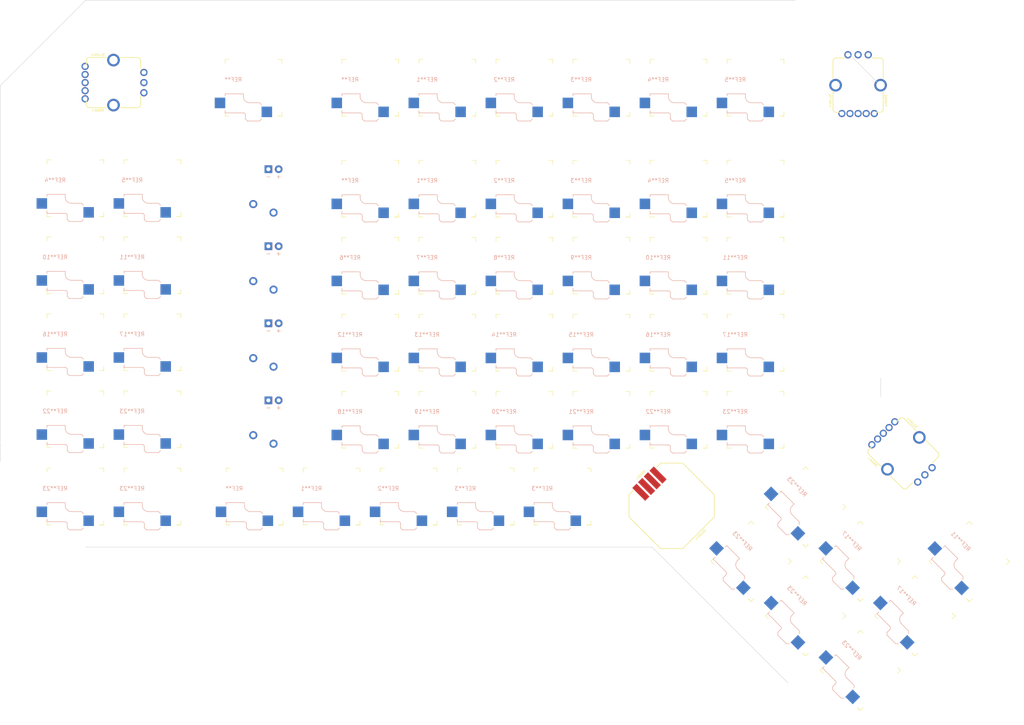
<source format=kicad_pcb>
(kicad_pcb (version 20211014) (generator pcbnew)
  (layers (0 "F.Cu" signal) (31 "B.Cu" signal) (34 "B.Paste" user) (35 "F.Paste" user) (36 "B.SilkS" user "B.Silkscreen") (37 "F.SilkS" user "F.Silkscreen") (38 "B.Mask" user) (39 "F.Mask" user) (44 "Edge.Cuts" user))
  (net 0 "")
  (footprint "keyswitches:Kailh_socket_PG1350" (layer "F.Cu") (at 213.36 139.446 -45)
    (fp_text reference "REF**23" (at -5 -2 135) (layer "B.SilkS") (effects (justify mirror)))
    (fp_text value "Kailh_socket_PG1350")
    (pad "" np_thru_hole circle (at 0 5.95 315) (size 3 3) (drill 3) (layers *.Cu *.Mask))
    (pad "" np_thru_hole circle (at 5.5 0 315) (size 1.7018 1.7018) (drill 1.7018) (layers *.Cu *.Mask))
    (pad "" np_thru_hole circle (at -5 3.75 315) (size 3 3) (drill 3) (layers *.Cu *.Mask))
    (pad "" np_thru_hole circle (at -5.5 0 315) (size 1.7018 1.7018) (drill 1.7018) (layers *.Cu *.Mask))
    (pad "" np_thru_hole circle (at 0 0 315) (size 3.429 3.429) (drill 3.429) (layers *.Cu *.Mask))
    (pad "" np_thru_hole circle (at 5.22 -4.2 315) (size 0.9906 0.9906) (drill 0.9906) (layers *.Cu *.Mask))
    (pad "1" smd rect (at 3.275 5.95 315) (size 2.6 2.6) (layers "B.Cu" "B.Paste" "B.Mask"))
    (pad "2" smd rect (at -8.275 3.75 315) (size 2.6 2.6) (layers "B.Cu" "B.Paste" "B.Mask"))
  )
  (footprint "keyswitches:Kailh_socket_PG1350" (layer "F.Cu") (at 201.014 36.068)
    (fp_text reference "REF**5" (at -5 -2) (layer "B.SilkS") (effects (justify mirror)))
    (fp_text value "Kailh_socket_PG1350")
    (pad "" np_thru_hole circle (at 0 0) (size 3.429 3.429) (drill 3.429) (layers *.Cu *.Mask))
    (pad "" np_thru_hole circle (at -5.5 0) (size 1.7018 1.7018) (drill 1.7018) (layers *.Cu *.Mask))
    (pad "" np_thru_hole circle (at 5.22 -4.2) (size 0.9906 0.9906) (drill 0.9906) (layers *.Cu *.Mask))
    (pad "" np_thru_hole circle (at 5.5 0) (size 1.7018 1.7018) (drill 1.7018) (layers *.Cu *.Mask))
    (pad "" np_thru_hole circle (at -5 3.75) (size 3 3) (drill 3) (layers *.Cu *.Mask))
    (pad "" np_thru_hole circle (at 0 5.95) (size 3 3) (drill 3) (layers *.Cu *.Mask))
    (pad "1" smd rect (at 3.275 5.95) (size 2.6 2.6) (layers "B.Cu" "B.Paste" "B.Mask"))
    (pad "2" smd rect (at -8.275 3.75) (size 2.6 2.6) (layers "B.Cu" "B.Paste" "B.Mask"))
  )
  (footprint "keyswitches:Kailh_socket_PG1350" (layer "F.Cu") (at 77.466 136.906)
    (fp_text reference "REF**" (at -5 -2) (layer "B.SilkS") (effects (justify mirror)))
    (fp_text value "Kailh_socket_PG1350")
    (pad "" np_thru_hole circle (at 0 0) (size 3.429 3.429) (drill 3.429) (layers *.Cu *.Mask))
    (pad "" np_thru_hole circle (at -5 3.75) (size 3 3) (drill 3) (layers *.Cu *.Mask))
    (pad "" np_thru_hole circle (at 5.22 -4.2) (size 0.9906 0.9906) (drill 0.9906) (layers *.Cu *.Mask))
    (pad "" np_thru_hole circle (at 5.5 0) (size 1.7018 1.7018) (drill 1.7018) (layers *.Cu *.Mask))
    (pad "" np_thru_hole circle (at 0 5.95) (size 3 3) (drill 3) (layers *.Cu *.Mask))
    (pad "" np_thru_hole circle (at -5.5 0) (size 1.7018 1.7018) (drill 1.7018) (layers *.Cu *.Mask))
    (pad "1" smd rect (at 3.275 5.95) (size 2.6 2.6) (layers "B.Cu" "B.Paste" "B.Mask"))
    (pad "2" smd rect (at -8.275 3.75) (size 2.6 2.6) (layers "B.Cu" "B.Paste" "B.Mask"))
  )
  (footprint "keyswitches:Kailh_socket_PG1350" (layer "F.Cu") (at 125.018 79.96)
    (fp_text reference "REF**7" (at -5 -2) (layer "B.SilkS") (effects (justify mirror)))
    (fp_text value "Kailh_socket_PG1350")
    (pad "" np_thru_hole circle (at -5 3.75) (size 3 3) (drill 3) (layers *.Cu *.Mask))
    (pad "" np_thru_hole circle (at 5.5 0) (size 1.7018 1.7018) (drill 1.7018) (layers *.Cu *.Mask))
    (pad "" np_thru_hole circle (at 5.22 -4.2) (size 0.9906 0.9906) (drill 0.9906) (layers *.Cu *.Mask))
    (pad "" np_thru_hole circle (at 0 0) (size 3.429 3.429) (drill 3.429) (layers *.Cu *.Mask))
    (pad "" np_thru_hole circle (at 0 5.95) (size 3 3) (drill 3) (layers *.Cu *.Mask))
    (pad "" np_thru_hole circle (at -5.5 0) (size 1.7018 1.7018) (drill 1.7018) (layers *.Cu *.Mask))
    (pad "1" smd rect (at 3.275 5.95) (size 2.6 2.6) (layers "B.Cu" "B.Paste" "B.Mask"))
    (pad "2" smd rect (at -8.275 3.75) (size 2.6 2.6) (layers "B.Cu" "B.Paste" "B.Mask"))
  )
  (footprint "keyswitches:Kailh_socket_PG1350" (layer "F.Cu") (at 182.018 98.96)
    (fp_text reference "REF**16" (at -5 -2) (layer "B.SilkS") (effects (justify mirror)))
    (fp_text value "Kailh_socket_PG1350")
    (pad "" np_thru_hole circle (at 5.22 -4.2) (size 0.9906 0.9906) (drill 0.9906) (layers *.Cu *.Mask))
    (pad "" np_thru_hole circle (at 0 0) (size 3.429 3.429) (drill 3.429) (layers *.Cu *.Mask))
    (pad "" np_thru_hole circle (at 5.5 0) (size 1.7018 1.7018) (drill 1.7018) (layers *.Cu *.Mask))
    (pad "" np_thru_hole circle (at 0 5.95) (size 3 3) (drill 3) (layers *.Cu *.Mask))
    (pad "" np_thru_hole circle (at -5.5 0) (size 1.7018 1.7018) (drill 1.7018) (layers *.Cu *.Mask))
    (pad "" np_thru_hole circle (at -5 3.75) (size 3 3) (drill 3) (layers *.Cu *.Mask))
    (pad "1" smd rect (at 3.275 5.95) (size 2.6 2.6) (layers "B.Cu" "B.Paste" "B.Mask"))
    (pad "2" smd rect (at -8.275 3.75) (size 2.6 2.6) (layers "B.Cu" "B.Paste" "B.Mask"))
  )
  (footprint "keyswitches:Kailh_socket_PG1350" (layer "F.Cu") (at 125.018 98.96)
    (fp_text reference "REF**13" (at -5 -2) (layer "B.SilkS") (effects (justify mirror)))
    (fp_text value "Kailh_socket_PG1350")
    (pad "" np_thru_hole circle (at 0 5.95) (size 3 3) (drill 3) (layers *.Cu *.Mask))
    (pad "" np_thru_hole circle (at 5.5 0) (size 1.7018 1.7018) (drill 1.7018) (layers *.Cu *.Mask))
    (pad "" np_thru_hole circle (at 5.22 -4.2) (size 0.9906 0.9906) (drill 0.9906) (layers *.Cu *.Mask))
    (pad "" np_thru_hole circle (at -5.5 0) (size 1.7018 1.7018) (drill 1.7018) (layers *.Cu *.Mask))
    (pad "" np_thru_hole circle (at 0 0) (size 3.429 3.429) (drill 3.429) (layers *.Cu *.Mask))
    (pad "" np_thru_hole circle (at -5 3.75) (size 3 3) (drill 3) (layers *.Cu *.Mask))
    (pad "1" smd rect (at 3.275 5.95) (size 2.6 2.6) (layers "B.Cu" "B.Paste" "B.Mask"))
    (pad "2" smd rect (at -8.275 3.75) (size 2.6 2.6) (layers "B.Cu" "B.Paste" "B.Mask"))
  )
  (footprint "Switches:ENCODER_LED_3" (layer "F.Cu") (at 42.672 34.798 90)
    (fp_text reference ">NAME" (at -6.858 -3.81) (layer "F.SilkS") (effects (font (size 0.6096 0.6096) (thickness 0.127))))
    (fp_text value ">VALUE" (at 6.858 -3.81) (layer "F.SilkS") (effects (font (size 0.6096 0.6096) (thickness 0.127))))
    (pad "1" thru_hole circle (at -3.99796 -6.9977 90) (size 1.778 1.778) (drill 1.09982) (layers *.Cu *.Mask))
    (pad "2" thru_hole circle (at -1.99898 -6.9977 90) (size 1.778 1.778) (drill 1.09982) (layers *.Cu *.Mask))
    (pad "3" thru_hole circle (at 0 -6.9977 90) (size 1.778 1.778) (drill 1.09982) (layers *.Cu *.Mask))
    (pad "4" thru_hole circle (at 1.99898 -6.9977 90) (size 1.778 1.778) (drill 1.09982) (layers *.Cu *.Mask))
    (pad "5" thru_hole circle (at 3.99796 -6.9977 90) (size 1.778 1.778) (drill 1.09982) (layers *.Cu *.Mask))
    (pad "A" thru_hole circle (at -2.49936 7.49808 90) (size 1.79832 1.79832) (drill 1.09982) (layers *.Cu *.Mask))
    (pad "B" thru_hole circle (at 2.49936 7.49808 90) (size 1.79832 1.79832) (drill 1.09982) (layers *.Cu *.Mask))
    (pad "C" thru_hole circle (at 0 7.49808 90) (size 1.79832 1.79832) (drill 1.09982) (layers *.Cu *.Mask))
    (pad "M1" thru_hole circle (at -5.5499 0 90) (size 3.11404 3.11404) (drill 2.09804) (layers *.Cu *.Mask))
    (pad "M2" thru_hole circle (at 5.5499 0 90) (size 3.11404 3.11404) (drill 2.09804) (layers *.Cu *.Mask))
  )
  (footprint "keyswitches:Kailh_socket_PG1350" (layer "F.Cu") (at 182.018 79.96)
    (fp_text reference "REF**10" (at -5 -2) (layer "B.SilkS") (effects (justify mirror)))
    (fp_text value "Kailh_socket_PG1350")
    (pad "" np_thru_hole circle (at 5.22 -4.2) (size 0.9906 0.9906) (drill 0.9906) (layers *.Cu *.Mask))
    (pad "" np_thru_hole circle (at 5.5 0) (size 1.7018 1.7018) (drill 1.7018) (layers *.Cu *.Mask))
    (pad "" np_thru_hole circle (at 0 0) (size 3.429 3.429) (drill 3.429) (layers *.Cu *.Mask))
    (pad "" np_thru_hole circle (at -5 3.75) (size 3 3) (drill 3) (layers *.Cu *.Mask))
    (pad "" np_thru_hole circle (at -5.5 0) (size 1.7018 1.7018) (drill 1.7018) (layers *.Cu *.Mask))
    (pad "" np_thru_hole circle (at 0 5.95) (size 3 3) (drill 3) (layers *.Cu *.Mask))
    (pad "1" smd rect (at 3.275 5.95) (size 2.6 2.6) (layers "B.Cu" "B.Paste" "B.Mask"))
    (pad "2" smd rect (at -8.275 3.75) (size 2.6 2.6) (layers "B.Cu" "B.Paste" "B.Mask"))
  )
  (footprint "keyswitches:Kailh_socket_PG1350" (layer "F.Cu") (at 153.416 136.906)
    (fp_text reference "REF**3" (at -5 -2) (layer "B.SilkS") (effects (justify mirror)))
    (fp_text value "Kailh_socket_PG1350")
    (pad "" np_thru_hole circle (at 0 5.95) (size 3 3) (drill 3) (layers *.Cu *.Mask))
    (pad "" np_thru_hole circle (at 5.5 0) (size 1.7018 1.7018) (drill 1.7018) (layers *.Cu *.Mask))
    (pad "" np_thru_hole circle (at 5.22 -4.2) (size 0.9906 0.9906) (drill 0.9906) (layers *.Cu *.Mask))
    (pad "" np_thru_hole circle (at -5 3.75) (size 3 3) (drill 3) (layers *.Cu *.Mask))
    (pad "" np_thru_hole circle (at -5.5 0) (size 1.7018 1.7018) (drill 1.7018) (layers *.Cu *.Mask))
    (pad "" np_thru_hole circle (at 0 0) (size 3.429 3.429) (drill 3.429) (layers *.Cu *.Mask))
    (pad "1" smd rect (at 3.275 5.95) (size 2.6 2.6) (layers "B.Cu" "B.Paste" "B.Mask"))
    (pad "2" smd rect (at -8.275 3.75) (size 2.6 2.6) (layers "B.Cu" "B.Paste" "B.Mask"))
  )
  (footprint "keyswitches:Kailh_socket_PG1350" (layer "F.Cu") (at 52.274 79.856)
    (fp_text reference "REF**11" (at -5 -2) (layer "B.SilkS") (effects (justify mirror)))
    (fp_text value "Kailh_socket_PG1350")
    (pad "" np_thru_hole circle (at 5.22 -4.2) (size 0.9906 0.9906) (drill 0.9906) (layers *.Cu *.Mask))
    (pad "" np_thru_hole circle (at -5.5 0) (size 1.7018 1.7018) (drill 1.7018) (layers *.Cu *.Mask))
    (pad "" np_thru_hole circle (at 5.5 0) (size 1.7018 1.7018) (drill 1.7018) (layers *.Cu *.Mask))
    (pad "" np_thru_hole circle (at 0 5.95) (size 3 3) (drill 3) (layers *.Cu *.Mask))
    (pad "" np_thru_hole circle (at 0 0) (size 3.429 3.429) (drill 3.429) (layers *.Cu *.Mask))
    (pad "" np_thru_hole circle (at -5 3.75) (size 3 3) (drill 3) (layers *.Cu *.Mask))
    (pad "1" smd rect (at 3.275 5.95) (size 2.6 2.6) (layers "B.Cu" "B.Paste" "B.Mask"))
    (pad "2" smd rect (at -8.275 3.75) (size 2.6 2.6) (layers "B.Cu" "B.Paste" "B.Mask"))
  )
  (footprint "keyswitches:Kailh_socket_PG1350" (layer "F.Cu") (at 163.014 36.068)
    (fp_text reference "REF**3" (at -5 -2) (layer "B.SilkS") (effects (justify mirror)))
    (fp_text value "Kailh_socket_PG1350")
    (pad "" np_thru_hole circle (at 5.5 0) (size 1.7018 1.7018) (drill 1.7018) (layers *.Cu *.Mask))
    (pad "" np_thru_hole circle (at 0 0) (size 3.429 3.429) (drill 3.429) (layers *.Cu *.Mask))
    (pad "" np_thru_hole circle (at 5.22 -4.2) (size 0.9906 0.9906) (drill 0.9906) (layers *.Cu *.Mask))
    (pad "" np_thru_hole circle (at -5 3.75) (size 3 3) (drill 3) (layers *.Cu *.Mask))
    (pad "" np_thru_hole circle (at 0 5.95) (size 3 3) (drill 3) (layers *.Cu *.Mask))
    (pad "" np_thru_hole circle (at -5.5 0) (size 1.7018 1.7018) (drill 1.7018) (layers *.Cu *.Mask))
    (pad "1" smd rect (at 3.275 5.95) (size 2.6 2.6) (layers "B.Cu" "B.Paste" "B.Mask"))
    (pad "2" smd rect (at -8.275 3.75) (size 2.6 2.6) (layers "B.Cu" "B.Paste" "B.Mask"))
  )
  (footprint "keyswitches:Kailh_socket_PG1350" (layer "F.Cu") (at 33.274 117.856)
    (fp_text reference "REF**22" (at -5 -2) (layer "B.SilkS") (effects (justify mirror)))
    (fp_text value "Kailh_socket_PG1350")
    (pad "" np_thru_hole circle (at 5.22 -4.2) (size 0.9906 0.9906) (drill 0.9906) (layers *.Cu *.Mask))
    (pad "" np_thru_hole circle (at 0 0) (size 3.429 3.429) (drill 3.429) (layers *.Cu *.Mask))
    (pad "" np_thru_hole circle (at -5 3.75) (size 3 3) (drill 3) (layers *.Cu *.Mask))
    (pad "" np_thru_hole circle (at 5.5 0) (size 1.7018 1.7018) (drill 1.7018) (layers *.Cu *.Mask))
    (pad "" np_thru_hole circle (at 0 5.95) (size 3 3) (drill 3) (layers *.Cu *.Mask))
    (pad "" np_thru_hole circle (at -5.5 0) (size 1.7018 1.7018) (drill 1.7018) (layers *.Cu *.Mask))
    (pad "1" smd rect (at 3.275 5.95) (size 2.6 2.6) (layers "B.Cu" "B.Paste" "B.Mask"))
    (pad "2" smd rect (at -8.275 3.75) (size 2.6 2.6) (layers "B.Cu" "B.Paste" "B.Mask"))
  )
  (footprint "keyswitches:Kailh_socket_PG1350" (layer "F.Cu") (at 52.274 117.856)
    (fp_text reference "REF**23" (at -5 -2) (layer "B.SilkS") (effects (justify mirror)))
    (fp_text value "Kailh_socket_PG1350")
    (pad "" np_thru_hole circle (at -5 3.75) (size 3 3) (drill 3) (layers *.Cu *.Mask))
    (pad "" np_thru_hole circle (at 5.22 -4.2) (size 0.9906 0.9906) (drill 0.9906) (layers *.Cu *.Mask))
    (pad "" np_thru_hole circle (at 0 5.95) (size 3 3) (drill 3) (layers *.Cu *.Mask))
    (pad "" np_thru_hole circle (at 5.5 0) (size 1.7018 1.7018) (drill 1.7018) (layers *.Cu *.Mask))
    (pad "" np_thru_hole circle (at -5.5 0) (size 1.7018 1.7018) (drill 1.7018) (layers *.Cu *.Mask))
    (pad "" np_thru_hole circle (at 0 0) (size 3.429 3.429) (drill 3.429) (layers *.Cu *.Mask))
    (pad "1" smd rect (at 3.275 5.95) (size 2.6 2.6) (layers "B.Cu" "B.Paste" "B.Mask"))
    (pad "2" smd rect (at -8.275 3.75) (size 2.6 2.6) (layers "B.Cu" "B.Paste" "B.Mask"))
  )
  (footprint "Keebio-Parts:Kailh-PG1350-1.5u" (layer "F.Cu") (at 82.142 117.96)
    (fp_text reference "Kailh PG1353")
    (fp_text value "Choc" hide)
    (fp_text user "-" (at -1.26 -3) (layer "B.SilkS") (effects (justify mirror)))
    (fp_text user "+" (at 1.27 -3) (layer "B.SilkS") (effects (justify mirror)))
    (fp_text user "-" (at -1.26 -3) (layer "F.SilkS"))
    (fp_text user "+" (at 1.27 -3) (layer "F.SilkS"))
    (pad "" np_thru_hole circle locked (at 0 0 180) (size 3.4 3.4) (drill 3.4) (layers *.Cu *.Mask))
    (pad "" np_thru_hole circle locked (at -5.5 0 180) (size 1.7 1.7) (drill 1.7) (layers *.Cu *.Mask))
    (pad "" np_thru_hole circle locked (at 5.22 -4.2 180) (size 1.2 1.2) (drill 1.2) (layers *.Cu *.Mask))
    (pad "" np_thru_hole circle locked (at 5.5 0 180) (size 1.7 1.7) (drill 1.7) (layers *.Cu *.Mask))
    (pad "1" thru_hole circle locked (at 0 5.9 180) (size 2 2) (drill 1.2) (layers *.Cu *.Mask))
    (pad "2" thru_hole circle locked (at -5 3.8 41.9) (size 2 2) (drill 1.2) (layers *.Cu *.Mask))
    (pad "3" thru_hole circle locked (at 1.27 -4.8 180) (size 1.905 1.905) (drill 0.9906) (layers *.Cu *.Mask))
    (pad "4" thru_hole rect locked (at -1.27 -4.8 180) (size 1.905 1.905) (drill 0.9906) (layers *.Cu *.Mask))
  )
  (footprint "Switches:ENCODER_LED_3" (layer "F.Cu") (at 226.314 35.432357 180)
    (fp_text reference ">NAME" (at -6.858 -3.81 90) (layer "F.SilkS") (effects (font (size 0.6096 0.6096) (thickness 0.127))))
    (fp_text value ">VALUE" (at 6.858 -3.81 90) (layer "F.SilkS") (effects (font (size 0.6096 0.6096) (thickness 0.127))))
    (pad "1" thru_hole circle (at -3.99796 -6.9977 180) (size 1.778 1.778) (drill 1.09982) (layers *.Cu *.Mask))
    (pad "2" thru_hole circle (at -1.99898 -6.9977 180) (size 1.778 1.778) (drill 1.09982) (layers *.Cu *.Mask))
    (pad "3" thru_hole circle (at 0 -6.9977 180) (size 1.778 1.778) (drill 1.09982) (layers *.Cu *.Mask))
    (pad "4" thru_hole circle (at 1.99898 -6.9977 180) (size 1.778 1.778) (drill 1.09982) (layers *.Cu *.Mask))
    (pad "5" thru_hole circle (at 3.99796 -6.9977 180) (size 1.778 1.778) (drill 1.09982) (layers *.Cu *.Mask))
    (pad "A" thru_hole circle (at -2.49936 7.49808 180) (size 1.79832 1.79832) (drill 1.09982) (layers *.Cu *.Mask))
    (pad "B" thru_hole circle (at 2.49936 7.49808 180) (size 1.79832 1.79832) (drill 1.09982) (layers *.Cu *.Mask))
    (pad "C" thru_hole circle (at 0 7.49808 180) (size 1.79832 1.79832) (drill 1.09982) (layers *.Cu *.Mask))
    (pad "M1" thru_hole circle (at -5.5499 0 180) (size 3.11404 3.11404) (drill 2.09804) (layers *.Cu *.Mask))
    (pad "M2" thru_hole circle (at 5.5499 0 180) (size 3.11404 3.11404) (drill 2.09804) (layers *.Cu *.Mask))
  )
  (footprint "keyswitches:Kailh_socket_PG1350" (layer "F.Cu") (at 226.883016 179.770986 -45)
    (fp_text reference "REF**23" (at -5 -2 135) (layer "B.SilkS") (effects (justify mirror)))
    (fp_text value "Kailh_socket_PG1350")
    (pad "" np_thru_hole circle (at -5.5 0 315) (size 1.7018 1.7018) (drill 1.7018) (layers *.Cu *.Mask))
    (pad "" np_thru_hole circle (at 0 5.95 315) (size 3 3) (drill 3) (layers *.Cu *.Mask))
    (pad "" np_thru_hole circle (at -5 3.75 315) (size 3 3) (drill 3) (layers *.Cu *.Mask))
    (pad "" np_thru_hole circle (at 5.22 -4.2 315) (size 0.9906 0.9906) (drill 0.9906) (layers *.Cu *.Mask))
    (pad "" np_thru_hole circle (at 0 0 315) (size 3.429 3.429) (drill 3.429) (layers *.Cu *.Mask))
    (pad "" np_thru_hole circle (at 5.5 0 315) (size 1.7018 1.7018) (drill 1.7018) (layers *.Cu *.Mask))
    (pad "1" smd rect (at 3.275 5.95 315) (size 2.6 2.6) (layers "B.Cu" "B.Paste" "B.Mask"))
    (pad "2" smd rect (at -8.275 3.75 315) (size 2.6 2.6) (layers "B.Cu" "B.Paste" "B.Mask"))
  )
  (footprint "keyswitches:Kailh_socket_PG1350" (layer "F.Cu") (at 33.274 98.856)
    (fp_text reference "REF**16" (at -5 -2) (layer "B.SilkS") (effects (justify mirror)))
    (fp_text value "Kailh_socket_PG1350")
    (pad "" np_thru_hole circle (at -5 3.75) (size 3 3) (drill 3) (layers *.Cu *.Mask))
    (pad "" np_thru_hole circle (at 5.22 -4.2) (size 0.9906 0.9906) (drill 0.9906) (layers *.Cu *.Mask))
    (pad "" np_thru_hole circle (at 5.5 0) (size 1.7018 1.7018) (drill 1.7018) (layers *.Cu *.Mask))
    (pad "" np_thru_hole circle (at 0 5.95) (size 3 3) (drill 3) (layers *.Cu *.Mask))
    (pad "" np_thru_hole circle (at -5.5 0) (size 1.7018 1.7018) (drill 1.7018) (layers *.Cu *.Mask))
    (pad "" np_thru_hole circle (at 0 0) (size 3.429 3.429) (drill 3.429) (layers *.Cu *.Mask))
    (pad "1" smd rect (at 3.275 5.95) (size 2.6 2.6) (layers "B.Cu" "B.Paste" "B.Mask"))
    (pad "2" smd rect (at -8.275 3.75) (size 2.6 2.6) (layers "B.Cu" "B.Paste" "B.Mask"))
  )
  (footprint "keyswitches:Kailh_socket_PG1350" (layer "F.Cu") (at 199.90689 152.865573 -45)
    (fp_text reference "REF**23" (at -5 -2 135) (layer "B.SilkS") (effects (justify mirror)))
    (fp_text value "Kailh_socket_PG1350")
    (pad "" np_thru_hole circle (at -5.5 0 315) (size 1.7018 1.7018) (drill 1.7018) (layers *.Cu *.Mask))
    (pad "" np_thru_hole circle (at 0 0 315) (size 3.429 3.429) (drill 3.429) (layers *.Cu *.Mask))
    (pad "" np_thru_hole circle (at -5 3.75 315) (size 3 3) (drill 3) (layers *.Cu *.Mask))
    (pad "" np_thru_hole circle (at 0 5.95 315) (size 3 3) (drill 3) (layers *.Cu *.Mask))
    (pad "" np_thru_hole circle (at 5.5 0 315) (size 1.7018 1.7018) (drill 1.7018) (layers *.Cu *.Mask))
    (pad "" np_thru_hole circle (at 5.22 -4.2 315) (size 0.9906 0.9906) (drill 0.9906) (layers *.Cu *.Mask))
    (pad "1" smd rect (at 3.275 5.95 315) (size 2.6 2.6) (layers "B.Cu" "B.Paste" "B.Mask"))
    (pad "2" smd rect (at -8.275 3.75 315) (size 2.6 2.6) (layers "B.Cu" "B.Paste" "B.Mask"))
  )
  (footprint "keyswitches:Kailh_socket_PG1350" (layer "F.Cu") (at 106.014 36.068)
    (fp_text reference "REF**" (at -5 -2) (layer "B.SilkS") (effects (justify mirror)))
    (fp_text value "Kailh_socket_PG1350")
    (pad "" np_thru_hole circle (at -5 3.75) (size 3 3) (drill 3) (layers *.Cu *.Mask))
    (pad "" np_thru_hole circle (at 5.5 0) (size 1.7018 1.7018) (drill 1.7018) (layers *.Cu *.Mask))
    (pad "" np_thru_hole circle (at -5.5 0) (size 1.7018 1.7018) (drill 1.7018) (layers *.Cu *.Mask))
    (pad "" np_thru_hole circle (at 0 0) (size 3.429 3.429) (drill 3.429) (layers *.Cu *.Mask))
    (pad "" np_thru_hole circle (at 5.22 -4.2) (size 0.9906 0.9906) (drill 0.9906) (layers *.Cu *.Mask))
    (pad "" np_thru_hole circle (at 0 5.95) (size 3 3) (drill 3) (layers *.Cu *.Mask))
    (pad "1" smd rect (at 3.275 5.95) (size 2.6 2.6) (layers "B.Cu" "B.Paste" "B.Mask"))
    (pad "2" smd rect (at -8.275 3.75) (size 2.6 2.6) (layers "B.Cu" "B.Paste" "B.Mask"))
  )
  (footprint "keyswitches:Kailh_socket_PG1350" (layer "F.Cu") (at 125.014 36.068)
    (fp_text reference "REF**1" (at -5 -2) (layer "B.SilkS") (effects (justify mirror)))
    (fp_text value "Kailh_socket_PG1350")
    (pad "" np_thru_hole circle (at 0 0) (size 3.429 3.429) (drill 3.429) (layers *.Cu *.Mask))
    (pad "" np_thru_hole circle (at -5 3.75) (size 3 3) (drill 3) (layers *.Cu *.Mask))
    (pad "" np_thru_hole circle (at -5.5 0) (size 1.7018 1.7018) (drill 1.7018) (layers *.Cu *.Mask))
    (pad "" np_thru_hole circle (at 0 5.95) (size 3 3) (drill 3) (layers *.Cu *.Mask))
    (pad "" np_thru_hole circle (at 5.5 0) (size 1.7018 1.7018) (drill 1.7018) (layers *.Cu *.Mask))
    (pad "" np_thru_hole circle (at 5.22 -4.2) (size 0.9906 0.9906) (drill 0.9906) (layers *.Cu *.Mask))
    (pad "1" smd rect (at 3.275 5.95) (size 2.6 2.6) (layers "B.Cu" "B.Paste" "B.Mask"))
    (pad "2" smd rect (at -8.275 3.75) (size 2.6 2.6) (layers "B.Cu" "B.Paste" "B.Mask"))
  )
  (footprint "keyswitches:Kailh_socket_PG1350" (layer "F.Cu") (at 134.466 136.906)
    (fp_text reference "REF**3" (at -5 -2) (layer "B.SilkS") (effects (justify mirror)))
    (fp_text value "Kailh_socket_PG1350")
    (pad "" np_thru_hole circle (at 5.22 -4.2) (size 0.9906 0.9906) (drill 0.9906) (layers *.Cu *.Mask))
    (pad "" np_thru_hole circle (at 0 5.95) (size 3 3) (drill 3) (layers *.Cu *.Mask))
    (pad "" np_thru_hole circle (at -5 3.75) (size 3 3) (drill 3) (layers *.Cu *.Mask))
    (pad "" np_thru_hole circle (at -5.5 0) (size 1.7018 1.7018) (drill 1.7018) (layers *.Cu *.Mask))
    (pad "" np_thru_hole circle (at 5.5 0) (size 1.7018 1.7018) (drill 1.7018) (layers *.Cu *.Mask))
    (pad "" np_thru_hole circle (at 0 0) (size 3.429 3.429) (drill 3.429) (layers *.Cu *.Mask))
    (pad "1" smd rect (at 3.275 5.95) (size 2.6 2.6) (layers "B.Cu" "B.Paste" "B.Mask"))
    (pad "2" smd rect (at -8.275 3.75) (size 2.6 2.6) (layers "B.Cu" "B.Paste" "B.Mask"))
  )
  (footprint "Keebio-Parts:Kailh-PG1350-1.5u" (layer "F.Cu") (at 82.142 98.96)
    (fp_text reference "Kailh PG1352")
    (fp_text value "Choc" hide)
    (fp_text user "+" (at 1.27 -3) (layer "B.SilkS") (effects (justify mirror)))
    (fp_text user "-" (at -1.26 -3) (layer "B.SilkS") (effects (justify mirror)))
    (fp_text user "+" (at 1.27 -3) (layer "F.SilkS"))
    (fp_text user "-" (at -1.26 -3) (layer "F.SilkS"))
    (pad "" np_thru_hole circle locked (at -5.5 0 180) (size 1.7 1.7) (drill 1.7) (layers *.Cu *.Mask))
    (pad "" np_thru_hole circle locked (at 5.5 0 180) (size 1.7 1.7) (drill 1.7) (layers *.Cu *.Mask))
    (pad "" np_thru_hole circle locked (at 5.22 -4.2 180) (size 1.2 1.2) (drill 1.2) (layers *.Cu *.Mask))
    (pad "" np_thru_hole circle locked (at 0 0 180) (size 3.4 3.4) (drill 3.4) (layers *.Cu *.Mask))
    (pad "1" thru_hole circle locked (at 0 5.9 180) (size 2 2) (drill 1.2) (layers *.Cu *.Mask))
    (pad "2" thru_hole circle locked (at -5 3.8 41.9) (size 2 2) (drill 1.2) (layers *.Cu *.Mask))
    (pad "3" thru_hole circle locked (at 1.27 -4.8 180) (size 1.905 1.905) (drill 0.9906) (layers *.Cu *.Mask))
    (pad "4" thru_hole rect locked (at -1.27 -4.8 180) (size 1.905 1.905) (drill 0.9906) (layers *.Cu *.Mask))
  )
  (footprint "Switches:JOYSTICK-PSP1000" (layer "F.Cu") (at 180.34 139.192 45)
    (fp_text reference ">NAME" (at 0 -10.795 45) (layer "F.SilkS") (effects (font (size 0.6096 0.6096) (thickness 0.127))))
    (fp_text value ">VALUE" (at 0 10.033 45) (layer "F.SilkS") (effects (font (size 0.6096 0.6096) (thickness 0.127))))
    (pad "" np_thru_hole circle locked (at -8.89 -8.98398 45) (size 1.99898 1.99898) (drill 1.99898) (layers *.Cu *.Mask))
    (pad "" np_thru_hole circle locked (at -7.37362 10.0584 45) (size 1.99898 1.99898) (drill 1.99898) (layers *.Cu *.Mask))
    (pad "GND" smd rect locked (at -2.99974 -7.74954 135) (size 4.49834 1.4986) (layers "F.Cu" "F.Paste" "F.Mask"))
    (pad "VCC" smd rect locked (at 0.99822 -7.74954 135) (size 4.49834 1.4986) (layers "F.Cu" "F.Paste" "F.Mask"))
    (pad "X" smd rect locked (at 2.99974 -7.74954 135) (size 4.49834 1.4986) (layers "F.Cu" "F.Paste" "F.Mask"))
    (pad "Y" smd rect locked (at -0.99822 -7.74954 135) (size 4.49834 1.4986) (layers "F.Cu" "F.Paste" "F.Mask"))
  )
  (footprint "keyswitches:Kailh_socket_PG1350" (layer "F.Cu") (at 33.274 79.856)
    (fp_text reference "REF**10" (at -5 -2) (layer "B.SilkS") (effects (justify mirror)))
    (fp_text value "Kailh_socket_PG1350")
    (pad "" np_thru_hole circle (at 5.5 0) (size 1.7018 1.7018) (drill 1.7018) (layers *.Cu *.Mask))
    (pad "" np_thru_hole circle (at 0 0) (size 3.429 3.429) (drill 3.429) (layers *.Cu *.Mask))
    (pad "" np_thru_hole circle (at 5.22 -4.2) (size 0.9906 0.9906) (drill 0.9906) (layers *.Cu *.Mask))
    (pad "" np_thru_hole circle (at -5.5 0) (size 1.7018 1.7018) (drill 1.7018) (layers *.Cu *.Mask))
    (pad "" np_thru_hole circle (at 0 5.95) (size 3 3) (drill 3) (layers *.Cu *.Mask))
    (pad "" np_thru_hole circle (at -5 3.75) (size 3 3) (drill 3) (layers *.Cu *.Mask))
    (pad "1" smd rect (at 3.275 5.95) (size 2.6 2.6) (layers "B.Cu" "B.Paste" "B.Mask"))
    (pad "2" smd rect (at -8.275 3.75) (size 2.6 2.6) (layers "B.Cu" "B.Paste" "B.Mask"))
  )
  (footprint "keyswitches:Kailh_socket_PG1350" (layer "F.Cu") (at 144.018 98.96)
    (fp_text reference "REF**14" (at -5 -2) (layer "B.SilkS") (effects (justify mirror)))
    (fp_text value "Kailh_socket_PG1350")
    (pad "" np_thru_hole circle (at -5 3.75) (size 3 3) (drill 3) (layers *.Cu *.Mask))
    (pad "" np_thru_hole circle (at -5.5 0) (size 1.7018 1.7018) (drill 1.7018) (layers *.Cu *.Mask))
    (pad "" np_thru_hole circle (at 5.5 0) (size 1.7018 1.7018) (drill 1.7018) (layers *.Cu *.Mask))
    (pad "" np_thru_hole circle (at 5.22 -4.2) (size 0.9906 0.9906) (drill 0.9906) (layers *.Cu *.Mask))
    (pad "" np_thru_hole circle (at 0 0) (size 3.429 3.429) (drill 3.429) (layers *.Cu *.Mask))
    (pad "" np_thru_hole circle (at 0 5.95) (size 3 3) (drill 3) (layers *.Cu *.Mask))
    (pad "1" smd rect (at 3.275 5.95) (size 2.6 2.6) (layers "B.Cu" "B.Paste" "B.Mask"))
    (pad "2" smd rect (at -8.275 3.75) (size 2.6 2.6) (layers "B.Cu" "B.Paste" "B.Mask"))
  )
  (footprint "keyswitches:Kailh_socket_PG1350" (layer "F.Cu") (at 96.466 136.906)
    (fp_text reference "REF**1" (at -5 -2) (layer "B.SilkS") (effects (justify mirror)))
    (fp_text value "Kailh_socket_PG1350")
    (pad "" np_thru_hole circle (at 5.5 0) (size 1.7018 1.7018) (drill 1.7018) (layers *.Cu *.Mask))
    (pad "" np_thru_hole circle (at 0 0) (size 3.429 3.429) (drill 3.429) (layers *.Cu *.Mask))
    (pad "" np_thru_hole circle (at -5 3.75) (size 3 3) (drill 3) (layers *.Cu *.Mask))
    (pad "" np_thru_hole circle (at 0 5.95) (size 3 3) (drill 3) (layers *.Cu *.Mask))
    (pad "" np_thru_hole circle (at -5.5 0) (size 1.7018 1.7018) (drill 1.7018) (layers *.Cu *.Mask))
    (pad "" np_thru_hole circle (at 5.22 -4.2) (size 0.9906 0.9906) (drill 0.9906) (layers *.Cu *.Mask))
    (pad "1" smd rect (at 3.275 5.95) (size 2.6 2.6) (layers "B.Cu" "B.Paste" "B.Mask"))
    (pad "2" smd rect (at -8.275 3.75) (size 2.6 2.6) (layers "B.Cu" "B.Paste" "B.Mask"))
  )
  (footprint "keyswitches:Kailh_socket_PG1350" (layer "F.Cu") (at 144.018 79.96)
    (fp_text reference "REF**8" (at -5 -2) (layer "B.SilkS") (effects (justify mirror)))
    (fp_text value "Kailh_socket_PG1350")
    (pad "" np_thru_hole circle (at 5.5 0) (size 1.7018 1.7018) (drill 1.7018) (layers *.Cu *.Mask))
    (pad "" np_thru_hole circle (at -5 3.75) (size 3 3) (drill 3) (layers *.Cu *.Mask))
    (pad "" np_thru_hole circle (at 0 0) (size 3.429 3.429) (drill 3.429) (layers *.Cu *.Mask))
    (pad "" np_thru_hole circle (at -5.5 0) (size 1.7018 1.7018) (drill 1.7018) (layers *.Cu *.Mask))
    (pad "" np_thru_hole circle (at 5.22 -4.2) (size 0.9906 0.9906) (drill 0.9906) (layers *.Cu *.Mask))
    (pad "" np_thru_hole circle (at 0 5.95) (size 3 3) (drill 3) (layers *.Cu *.Mask))
    (pad "1" smd rect (at 3.275 5.95) (size 2.6 2.6) (layers "B.Cu" "B.Paste" "B.Mask"))
    (pad "2" smd rect (at -8.275 3.75) (size 2.6 2.6) (layers "B.Cu" "B.Paste" "B.Mask"))
  )
  (footprint "keyswitches:Kailh_socket_PG1350" (layer "F.Cu") (at 201.018 117.96)
    (fp_text reference "REF**23" (at -5 -2) (layer "B.SilkS") (effects (justify mirror)))
    (fp_text value "Kailh_socket_PG1350")
    (pad "" np_thru_hole circle (at -5.5 0) (size 1.7018 1.7018) (drill 1.7018) (layers *.Cu *.Mask))
    (pad "" np_thru_hole circle (at 0 0) (size 3.429 3.429) (drill 3.429) (layers *.Cu *.Mask))
    (pad "" np_thru_hole circle (at 5.5 0) (size 1.7018 1.7018) (drill 1.7018) (layers *.Cu *.Mask))
    (pad "" np_thru_hole circle (at 5.22 -4.2) (size 0.9906 0.9906) (drill 0.9906) (layers *.Cu *.Mask))
    (pad "" np_thru_hole circle (at -5 3.75) (size 3 3) (drill 3) (layers *.Cu *.Mask))
    (pad "" np_thru_hole circle (at 0 5.95) (size 3 3) (drill 3) (layers *.Cu *.Mask))
    (pad "1" smd rect (at 3.275 5.95) (size 2.6 2.6) (layers "B.Cu" "B.Paste" "B.Mask"))
    (pad "2" smd rect (at -8.275 3.75) (size 2.6 2.6) (layers "B.Cu" "B.Paste" "B.Mask"))
  )
  (footprint "keyswitches:Kailh_socket_PG1350" (layer "F.Cu") (at 52.274 136.906)
    (fp_text reference "REF**23" (at -5 -2) (layer "B.SilkS") (effects (justify mirror)))
    (fp_text value "Kailh_socket_PG1350")
    (pad "" np_thru_hole circle (at -5 3.75) (size 3 3) (drill 3) (layers *.Cu *.Mask))
    (pad "" np_thru_hole circle (at 0 5.95) (size 3 3) (drill 3) (layers *.Cu *.Mask))
    (pad "" np_thru_hole circle (at -5.5 0) (size 1.7018 1.7018) (drill 1.7018) (layers *.Cu *.Mask))
    (pad "" np_thru_hole circle (at 0 0) (size 3.429 3.429) (drill 3.429) (layers *.Cu *.Mask))
    (pad "" np_thru_hole circle (at 5.22 -4.2) (size 0.9906 0.9906) (drill 0.9906) (layers *.Cu *.Mask))
    (pad "" np_thru_hole circle (at 5.5 0) (size 1.7018 1.7018) (drill 1.7018) (layers *.Cu *.Mask))
    (pad "1" smd rect (at 3.275 5.95) (size 2.6 2.6) (layers "B.Cu" "B.Paste" "B.Mask"))
    (pad "2" smd rect (at -8.275 3.75) (size 2.6 2.6) (layers "B.Cu" "B.Paste" "B.Mask"))
  )
  (footprint "keyswitches:Kailh_socket_PG1350" (layer "F.Cu") (at 163.018 79.96)
    (fp_text reference "REF**9" (at -5 -2) (layer "B.SilkS") (effects (justify mirror)))
    (fp_text value "Kailh_socket_PG1350")
    (pad "" np_thru_hole circle (at 0 0) (size 3.429 3.429) (drill 3.429) (layers *.Cu *.Mask))
    (pad "" np_thru_hole circle (at 5.22 -4.2) (size 0.9906 0.9906) (drill 0.9906) (layers *.Cu *.Mask))
    (pad "" np_thru_hole circle (at 0 5.95) (size 3 3) (drill 3) (layers *.Cu *.Mask))
    (pad "" np_thru_hole circle (at -5 3.75) (size 3 3) (drill 3) (layers *.Cu *.Mask))
    (pad "" np_thru_hole circle (at -5.5 0) (size 1.7018 1.7018) (drill 1.7018) (layers *.Cu *.Mask))
    (pad "" np_thru_hole circle (at 5.5 0) (size 1.7018 1.7018) (drill 1.7018) (layers *.Cu *.Mask))
    (pad "1" smd rect (at 3.275 5.95) (size 2.6 2.6) (layers "B.Cu" "B.Paste" "B.Mask"))
    (pad "2" smd rect (at -8.275 3.75) (size 2.6 2.6) (layers "B.Cu" "B.Paste" "B.Mask"))
  )
  (footprint "keyswitches:Kailh_socket_PG1350" (layer "F.Cu") (at 163.018 117.96)
    (fp_text reference "REF**21" (at -5 -2) (layer "B.SilkS") (effects (justify mirror)))
    (fp_text value "Kailh_socket_PG1350")
    (pad "" np_thru_hole circle (at 5.22 -4.2) (size 0.9906 0.9906) (drill 0.9906) (layers *.Cu *.Mask))
    (pad "" np_thru_hole circle (at 5.5 0) (size 1.7018 1.7018) (drill 1.7018) (layers *.Cu *.Mask))
    (pad "" np_thru_hole circle (at 0 5.95) (size 3 3) (drill 3) (layers *.Cu *.Mask))
    (pad "" np_thru_hole circle (at -5.5 0) (size 1.7018 1.7018) (drill 1.7018) (layers *.Cu *.Mask))
    (pad "" np_thru_hole circle (at -5 3.75) (size 3 3) (drill 3) (layers *.Cu *.Mask))
    (pad "" np_thru_hole circle (at 0 0) (size 3.429 3.429) (drill 3.429) (layers *.Cu *.Mask))
    (pad "1" smd rect (at 3.275 5.95) (size 2.6 2.6) (layers "B.Cu" "B.Paste" "B.Mask"))
    (pad "2" smd rect (at -8.275 3.75) (size 2.6 2.6) (layers "B.Cu" "B.Paste" "B.Mask"))
  )
  (footprint "keyswitches:Kailh_socket_PG1350" (layer "F.Cu") (at 115.466 136.906)
    (fp_text reference "REF**2" (at -5 -2) (layer "B.SilkS") (effects (justify mirror)))
    (fp_text value "Kailh_socket_PG1350")
    (pad "" np_thru_hole circle (at 5.22 -4.2) (size 0.9906 0.9906) (drill 0.9906) (layers *.Cu *.Mask))
    (pad "" np_thru_hole circle (at 5.5 0) (size 1.7018 1.7018) (drill 1.7018) (layers *.Cu *.Mask))
    (pad "" np_thru_hole circle (at -5 3.75) (size 3 3) (drill 3) (layers *.Cu *.Mask))
    (pad "" np_thru_hole circle (at -5.5 0) (size 1.7018 1.7018) (drill 1.7018) (layers *.Cu *.Mask))
    (pad "" np_thru_hole circle (at 0 5.95) (size 3 3) (drill 3) (layers *.Cu *.Mask))
    (pad "" np_thru_hole circle (at 0 0) (size 3.429 3.429) (drill 3.429) (layers *.Cu *.Mask))
    (pad "1" smd rect (at 3.275 5.95) (size 2.6 2.6) (layers "B.Cu" "B.Paste" "B.Mask"))
    (pad "2" smd rect (at -8.275 3.75) (size 2.6 2.6) (layers "B.Cu" "B.Paste" "B.Mask"))
  )
  (footprint "keyswitches:Kailh_socket_PG1350" (layer "F.Cu") (at 201.018 60.96)
    (fp_text reference "REF**5" (at -5 -2) (layer "B.SilkS") (effects (justify mirror)))
    (fp_text value "Kailh_socket_PG1350")
    (pad "" np_thru_hole circle (at -5 3.75) (size 3 3) (drill 3) (layers *.Cu *.Mask))
    (pad "" np_thru_hole circle (at 5.22 -4.2) (size 0.9906 0.9906) (drill 0.9906) (layers *.Cu *.Mask))
    (pad "" np_thru_hole circle (at 5.5 0) (size 1.7018 1.7018) (drill 1.7018) (layers *.Cu *.Mask))
    (pad "" np_thru_hole circle (at 0 0) (size 3.429 3.429) (drill 3.429) (layers *.Cu *.Mask))
    (pad "" np_thru_hole circle (at -5.5 0) (size 1.7018 1.7018) (drill 1.7018) (layers *.Cu *.Mask))
    (pad "" np_thru_hole circle (at 0 5.95) (size 3 3) (drill 3) (layers *.Cu *.Mask))
    (pad "1" smd rect (at 3.275 5.95) (size 2.6 2.6) (layers "B.Cu" "B.Paste" "B.Mask"))
    (pad "2" smd rect (at -8.275 3.75) (size 2.6 2.6) (layers "B.Cu" "B.Paste" "B.Mask"))
  )
  (footprint "keyswitches:Kailh_socket_PG1350" (layer "F.Cu") (at 182.018 117.96)
    (fp_text reference "REF**22" (at -5 -2) (layer "B.SilkS") (effects (justify mirror)))
    (fp_text value "Kailh_socket_PG1350")
    (pad "" np_thru_hole circle (at 0 5.95) (size 3 3) (drill 3) (layers *.Cu *.Mask))
    (pad "" np_thru_hole circle (at -5 3.75) (size 3 3) (drill 3) (layers *.Cu *.Mask))
    (pad "" np_thru_hole circle (at 5.22 -4.2) (size 0.9906 0.9906) (drill 0.9906) (layers *.Cu *.Mask))
    (pad "" np_thru_hole circle (at 5.5 0) (size 1.7018 1.7018) (drill 1.7018) (layers *.Cu *.Mask))
    (pad "" np_thru_hole circle (at 0 0) (size 3.429 3.429) (drill 3.429) (layers *.Cu *.Mask))
    (pad "" np_thru_hole circle (at -5.5 0) (size 1.7018 1.7018) (drill 1.7018) (layers *.Cu *.Mask))
    (pad "1" smd rect (at 3.275 5.95) (size 2.6 2.6) (layers "B.Cu" "B.Paste" "B.Mask"))
    (pad "2" smd rect (at -8.275 3.75) (size 2.6 2.6) (layers "B.Cu" "B.Paste" "B.Mask"))
  )
  (footprint "keyswitches:Kailh_socket_PG1350" (layer "F.Cu") (at 201.018 79.96)
    (fp_text reference "REF**11" (at -5 -2) (layer "B.SilkS") (effects (justify mirror)))
    (fp_text value "Kailh_socket_PG1350")
    (pad "" np_thru_hole circle (at -5 3.75) (size 3 3) (drill 3) (layers *.Cu *.Mask))
    (pad "" np_thru_hole circle (at -5.5 0) (size 1.7018 1.7018) (drill 1.7018) (layers *.Cu *.Mask))
    (pad "" np_thru_hole circle (at 0 0) (size 3.429 3.429) (drill 3.429) (layers *.Cu *.Mask))
    (pad "" np_thru_hole circle (at 0 5.95) (size 3 3) (drill 3) (layers *.Cu *.Mask))
    (pad "" np_thru_hole circle (at 5.5 0) (size 1.7018 1.7018) (drill 1.7018) (layers *.Cu *.Mask))
    (pad "" np_thru_hole circle (at 5.22 -4.2) (size 0.9906 0.9906) (drill 0.9906) (layers *.Cu *.Mask))
    (pad "1" smd rect (at 3.275 5.95) (size 2.6 2.6) (layers "B.Cu" "B.Paste" "B.Mask"))
    (pad "2" smd rect (at -8.275 3.75) (size 2.6 2.6) (layers "B.Cu" "B.Paste" "B.Mask"))
  )
  (footprint "keyswitches:Kailh_socket_PG1350" (layer "F.Cu") (at 163.018 60.96)
    (fp_text reference "REF**3" (at -5 -2) (layer "B.SilkS") (effects (justify mirror)))
    (fp_text value "Kailh_socket_PG1350")
    (pad "" np_thru_hole circle (at -5.5 0) (size 1.7018 1.7018) (drill 1.7018) (layers *.Cu *.Mask))
    (pad "" np_thru_hole circle (at 5.22 -4.2) (size 0.9906 0.9906) (drill 0.9906) (layers *.Cu *.Mask))
    (pad "" np_thru_hole circle (at 0 5.95) (size 3 3) (drill 3) (layers *.Cu *.Mask))
    (pad "" np_thru_hole circle (at -5 3.75) (size 3 3) (drill 3) (layers *.Cu *.Mask))
    (pad "" np_thru_hole circle (at 0 0) (size 3.429 3.429) (drill 3.429) (layers *.Cu *.Mask))
    (pad "" np_thru_hole circle (at 5.5 0) (size 1.7018 1.7018) (drill 1.7018) (layers *.Cu *.Mask))
    (pad "1" smd rect (at 3.275 5.95) (size 2.6 2.6) (layers "B.Cu" "B.Paste" "B.Mask"))
    (pad "2" smd rect (at -8.275 3.75) (size 2.6 2.6) (layers "B.Cu" "B.Paste" "B.Mask"))
  )
  (footprint "keyswitches:Kailh_socket_PG1350" (layer "F.Cu") (at 52.274 60.856)
    (fp_text reference "REF**5" (at -5 -2) (layer "B.SilkS") (effects (justify mirror)))
    (fp_text value "Kailh_socket_PG1350")
    (pad "" np_thru_hole circle (at 5.5 0) (size 1.7018 1.7018) (drill 1.7018) (layers *.Cu *.Mask))
    (pad "" np_thru_hole circle (at 0 0) (size 3.429 3.429) (drill 3.429) (layers *.Cu *.Mask))
    (pad "" np_thru_hole circle (at -5.5 0) (size 1.7018 1.7018) (drill 1.7018) (layers *.Cu *.Mask))
    (pad "" np_thru_hole circle (at 0 5.95) (size 3 3) (drill 3) (layers *.Cu *.Mask))
    (pad "" np_thru_hole circle (at -5 3.75) (size 3 3) (drill 3) (layers *.Cu *.Mask))
    (pad "" np_thru_hole circle (at 5.22 -4.2) (size 0.9906 0.9906) (drill 0.9906) (layers *.Cu *.Mask))
    (pad "1" smd rect (at 3.275 5.95) (size 2.6 2.6) (layers "B.Cu" "B.Paste" "B.Mask"))
    (pad "2" smd rect (at -8.275 3.75) (size 2.6 2.6) (layers "B.Cu" "B.Paste" "B.Mask"))
  )
  (footprint "keyswitches:Kailh_socket_PG1350" (layer "F.Cu") (at 106.018 117.96)
    (fp_text reference "REF**18" (at -5 -2) (layer "B.SilkS") (effects (justify mirror)))
    (fp_text value "Kailh_socket_PG1350")
    (pad "" np_thru_hole circle (at -5 3.75) (size 3 3) (drill 3) (layers *.Cu *.Mask))
    (pad "" np_thru_hole circle (at 5.22 -4.2) (size 0.9906 0.9906) (drill 0.9906) (layers *.Cu *.Mask))
    (pad "" np_thru_hole circle (at 5.5 0) (size 1.7018 1.7018) (drill 1.7018) (layers *.Cu *.Mask))
    (pad "" np_thru_hole circle (at -5.5 0) (size 1.7018 1.7018) (drill 1.7018) (layers *.Cu *.Mask))
    (pad "" np_thru_hole circle (at 0 5.95) (size 3 3) (drill 3) (layers *.Cu *.Mask))
    (pad "" np_thru_hole circle (at 0 0) (size 3.429 3.429) (drill 3.429) (layers *.Cu *.Mask))
    (pad "1" smd rect (at 3.275 5.95) (size 2.6 2.6) (layers "B.Cu" "B.Paste" "B.Mask"))
    (pad "2" smd rect (at -8.275 3.75) (size 2.6 2.6) (layers "B.Cu" "B.Paste" "B.Mask"))
  )
  (footprint "keyswitches:Kailh_socket_PG1350" (layer "F.Cu") (at 33.274 136.906)
    (fp_text reference "REF**23" (at -5 -2) (layer "B.SilkS") (effects (justify mirror)))
    (fp_text value "Kailh_socket_PG1350")
    (pad "" np_thru_hole circle (at 5.22 -4.2) (size 0.9906 0.9906) (drill 0.9906) (layers *.Cu *.Mask))
    (pad "" np_thru_hole circle (at -5 3.75) (size 3 3) (drill 3) (layers *.Cu *.Mask))
    (pad "" np_thru_hole circle (at 5.5 0) (size 1.7018 1.7018) (drill 1.7018) (layers *.Cu *.Mask))
    (pad "" np_thru_hole circle (at 0 0) (size 3.429 3.429) (drill 3.429) (layers *.Cu *.Mask))
    (pad "" np_thru_hole circle (at -5.5 0) (size 1.7018 1.7018) (drill 1.7018) (layers *.Cu *.Mask))
    (pad "" np_thru_hole circle (at 0 5.95) (size 3 3) (drill 3) (layers *.Cu *.Mask))
    (pad "1" smd rect (at 3.275 5.95) (size 2.6 2.6) (layers "B.Cu" "B.Paste" "B.Mask"))
    (pad "2" smd rect (at -8.275 3.75) (size 2.6 2.6) (layers "B.Cu" "B.Paste" "B.Mask"))
  )
  (footprint "keyswitches:Kailh_socket_PG1350" (layer "F.Cu") (at 106.018 98.96)
    (fp_text reference "REF**12" (at -5 -2) (layer "B.SilkS") (effects (justify mirror)))
    (fp_text value "Kailh_socket_PG1350")
    (pad "" np_thru_hole circle (at 0 0) (size 3.429 3.429) (drill 3.429) (layers *.Cu *.Mask))
    (pad "" np_thru_hole circle (at 5.22 -4.2) (size 0.9906 0.9906) (drill 0.9906) (layers *.Cu *.Mask))
    (pad "" np_thru_hole circle (at -5.5 0) (size 1.7018 1.7018) (drill 1.7018) (layers *.Cu *.Mask))
    (pad "" np_thru_hole circle (at 0 5.95) (size 3 3) (drill 3) (layers *.Cu *.Mask))
    (pad "" np_thru_hole circle (at 5.5 0) (size 1.7018 1.7018) (drill 1.7018) (layers *.Cu *.Mask))
    (pad "" np_thru_hole circle (at -5 3.75) (size 3 3) (drill 3) (layers *.Cu *.Mask))
    (pad "1" smd rect (at 3.275 5.95) (size 2.6 2.6) (layers "B.Cu" "B.Paste" "B.Mask"))
    (pad "2" smd rect (at -8.275 3.75) (size 2.6 2.6) (layers "B.Cu" "B.Paste" "B.Mask"))
  )
  (footprint "keyswitches:Kailh_socket_PG1350" (layer "F.Cu") (at 144.018 117.96)
    (fp_text reference "REF**20" (at -5 -2) (layer "B.SilkS") (effects (justify mirror)))
    (fp_text value "Kailh_socket_PG1350")
    (pad "" np_thru_hole circle (at 0 0) (size 3.429 3.429) (drill 3.429) (layers *.Cu *.Mask))
    (pad "" np_thru_hole circle (at -5.5 0) (size 1.7018 1.7018) (drill 1.7018) (layers *.Cu *.Mask))
    (pad "" np_thru_hole circle (at 0 5.95) (size 3 3) (drill 3) (layers *.Cu *.Mask))
    (pad "" np_thru_hole circle (at 5.22 -4.2) (size 0.9906 0.9906) (drill 0.9906) (layers *.Cu *.Mask))
    (pad "" np_thru_hole circle (at 5.5 0) (size 1.7018 1.7018) (drill 1.7018) (layers *.Cu *.Mask))
    (pad "" np_thru_hole circle (at -5 3.75) (size 3 3) (drill 3) (layers *.Cu *.Mask))
    (pad "1" smd rect (at 3.275 5.95) (size 2.6 2.6) (layers "B.Cu" "B.Paste" "B.Mask"))
    (pad "2" smd rect (at -8.275 3.75) (size 2.6 2.6) (layers "B.Cu" "B.Paste" "B.Mask"))
  )
  (footprint "keyswitches:Kailh_socket_PG1350" (layer "F.Cu") (at 182.018 60.96)
    (fp_text reference "REF**4" (at -5 -2) (layer "B.SilkS") (effects (justify mirror)))
    (fp_text value "Kailh_socket_PG1350")
    (pad "" np_thru_hole circle (at 5.5 0) (size 1.7018 1.7018) (drill 1.7018) (layers *.Cu *.Mask))
    (pad "" np_thru_hole circle (at 0 5.95) (size 3 3) (drill 3) (layers *.Cu *.Mask))
    (pad "" np_thru_hole circle (at 5.22 -4.2) (size 0.9906 0.9906) (drill 0.9906) (layers *.Cu *.Mask))
    (pad "" np_thru_hole circle (at -5 3.75) (size 3 3) (drill 3) (layers *.Cu *.Mask))
    (pad "" np_thru_hole circle (at -5.5 0) (size 1.7018 1.7018) (drill 1.7018) (layers *.Cu *.Mask))
    (pad "" np_thru_hole circle (at 0 0) (size 3.429 3.429) (drill 3.429) (layers *.Cu *.Mask))
    (pad "1" smd rect (at 3.275 5.95) (size 2.6 2.6) (layers "B.Cu" "B.Paste" "B.Mask"))
    (pad "2" smd rect (at -8.275 3.75) (size 2.6 2.6) (layers "B.Cu" "B.Paste" "B.Mask"))
  )
  (footprint "keyswitches:Kailh_socket_PG1350" (layer "F.Cu") (at 144.018 60.96)
    (fp_text reference "REF**2" (at -5 -2) (layer "B.SilkS") (effects (justify mirror)))
    (fp_text value "Kailh_socket_PG1350")
    (pad "" np_thru_hole circle (at 5.22 -4.2) (size 0.9906 0.9906) (drill 0.9906) (layers *.Cu *.Mask))
    (pad "" np_thru_hole circle (at -5 3.75) (size 3 3) (drill 3) (layers *.Cu *.Mask))
    (pad "" np_thru_hole circle (at 0 5.95) (size 3 3) (drill 3) (layers *.Cu *.Mask))
    (pad "" np_thru_hole circle (at -5.5 0) (size 1.7018 1.7018) (drill 1.7018) (layers *.Cu *.Mask))
    (pad "" np_thru_hole circle (at 5.5 0) (size 1.7018 1.7018) (drill 1.7018) (layers *.Cu *.Mask))
    (pad "" np_thru_hole circle (at 0 0) (size 3.429 3.429) (drill 3.429) (layers *.Cu *.Mask))
    (pad "1" smd rect (at 3.275 5.95) (size 2.6 2.6) (layers "B.Cu" "B.Paste" "B.Mask"))
    (pad "2" smd rect (at -8.275 3.75) (size 2.6 2.6) (layers "B.Cu" "B.Paste" "B.Mask"))
  )
  (footprint "keyswitches:Kailh_socket_PG1350" (layer "F.Cu") (at 77.216 36.068)
    (fp_text reference "REF**" (at -5 -2) (layer "B.SilkS") (effects (justify mirror)))
    (fp_text value "Kailh_socket_PG1350")
    (pad "" np_thru_hole circle (at -5.5 0) (size 1.7018 1.7018) (drill 1.7018) (layers *.Cu *.Mask))
    (pad "" np_thru_hole circle (at 0 0) (size 3.429 3.429) (drill 3.429) (layers *.Cu *.Mask))
    (pad "" np_thru_hole circle (at 5.5 0) (size 1.7018 1.7018) (drill 1.7018) (layers *.Cu *.Mask))
    (pad "" np_thru_hole circle (at 0 5.95) (size 3 3) (drill 3) (layers *.Cu *.Mask))
    (pad "" np_thru_hole circle (at 5.22 -4.2) (size 0.9906 0.9906) (drill 0.9906) (layers *.Cu *.Mask))
    (pad "" np_thru_hole circle (at -5 3.75) (size 3 3) (drill 3) (layers *.Cu *.Mask))
    (pad "1" smd rect (at 3.275 5.95) (size 2.6 2.6) (layers "B.Cu" "B.Paste" "B.Mask"))
    (pad "2" smd rect (at -8.275 3.75) (size 2.6 2.6) (layers "B.Cu" "B.Paste" "B.Mask"))
  )
  (footprint "keyswitches:Kailh_socket_PG1350" (layer "F.Cu") (at 240.318043 166.335956 -45)
    (fp_text reference "REF**17" (at -5 -2 135) (layer "B.SilkS") (effects (justify mirror)))
    (fp_text value "Kailh_socket_PG1350")
    (pad "" np_thru_hole circle (at 0 5.95 315) (size 3 3) (drill 3) (layers *.Cu *.Mask))
    (pad "" np_thru_hole circle (at -5.5 0 315) (size 1.7018 1.7018) (drill 1.7018) (layers *.Cu *.Mask))
    (pad "" np_thru_hole circle (at 0 0 315) (size 3.429 3.429) (drill 3.429) (layers *.Cu *.Mask))
    (pad "" np_thru_hole circle (at 5.22 -4.2 315) (size 0.9906 0.9906) (drill 0.9906) (layers *.Cu *.Mask))
    (pad "" np_thru_hole circle (at -5 3.75 315) (size 3 3) (drill 3) (layers *.Cu *.Mask))
    (pad "" np_thru_hole circle (at 5.5 0 315) (size 1.7018 1.7018) (drill 1.7018) (layers *.Cu *.Mask))
    (pad "1" smd rect (at 3.275 5.95 315) (size 2.6 2.6) (layers "B.Cu" "B.Paste" "B.Mask"))
    (pad "2" smd rect (at -8.275 3.75 315) (size 2.6 2.6) (layers "B.Cu" "B.Paste" "B.Mask"))
  )
  (footprint "keyswitches:Kailh_socket_PG1350" (layer "F.Cu") (at 125.018 60.96)
    (fp_text reference "REF**1" (at -5 -2) (layer "B.SilkS") (effects (justify mirror)))
    (fp_text value "Kailh_socket_PG1350")
    (pad "" np_thru_hole circle (at 0 5.95) (size 3 3) (drill 3) (layers *.Cu *.Mask))
    (pad "" np_thru_hole circle (at -5.5 0) (size 1.7018 1.7018) (drill 1.7018) (layers *.Cu *.Mask))
    (pad "" np_thru_hole circle (at 0 0) (size 3.429 3.429) (drill 3.429) (layers *.Cu *.Mask))
    (pad "" np_thru_hole circle (at 5.22 -4.2) (size 0.9906 0.9906) (drill 0.9906) (layers *.Cu *.Mask))
    (pad "" np_thru_hole circle (at -5 3.75) (size 3 3) (drill 3) (layers *.Cu *.Mask))
    (pad "" np_thru_hole circle (at 5.5 0) (size 1.7018 1.7018) (drill 1.7018) (layers *.Cu *.Mask))
    (pad "1" smd rect (at 3.275 5.95) (size 2.6 2.6) (layers "B.Cu" "B.Paste" "B.Mask"))
    (pad "2" smd rect (at -8.275 3.75) (size 2.6 2.6) (layers "B.Cu" "B.Paste" "B.Mask"))
  )
  (footprint "keyswitches:Kailh_socket_PG1350" (layer "F.Cu") (at 125.018 117.96)
    (fp_text reference "REF**19" (at -5 -2) (layer "B.SilkS") (effects (justify mirror)))
    (fp_text value "Kailh_socket_PG1350")
    (pad "" np_thru_hole circle (at 0 0) (size 3.429 3.429) (drill 3.429) (layers *.Cu *.Mask))
    (pad "" np_thru_hole circle (at -5.5 0) (size 1.7018 1.7018) (drill 1.7018) (layers *.Cu *.Mask))
    (pad "" np_thru_hole circle (at 5.22 -4.2) (size 0.9906 0.9906) (drill 0.9906) (layers *.Cu *.Mask))
    (pad "" np_thru_hole circle (at -5 3.75) (size 3 3) (drill 3) (layers *.Cu *.Mask))
    (pad "" np_thru_hole circle (at 0 5.95) (size 3 3) (drill 3) (layers *.Cu *.Mask))
    (pad "" np_thru_hole circle (at 5.5 0) (size 1.7018 1.7018) (drill 1.7018) (layers *.Cu *.Mask))
    (pad "1" smd rect (at 3.275 5.95) (size 2.6 2.6) (layers "B.Cu" "B.Paste" "B.Mask"))
    (pad "2" smd rect (at -8.275 3.75) (size 2.6 2.6) (layers "B.Cu" "B.Paste" "B.Mask"))
  )
  (footprint "keyswitches:Kailh_socket_PG1350" (layer "F.Cu") (at 52.274 98.856)
    (fp_text reference "REF**17" (at -5 -2) (layer "B.SilkS") (effects (justify mirror)))
    (fp_text value "Kailh_socket_PG1350")
    (pad "" np_thru_hole circle (at -5 3.75) (size 3 3) (drill 3) (layers *.Cu *.Mask))
    (pad "" np_thru_hole circle (at 5.5 0) (size 1.7018 1.7018) (drill 1.7018) (layers *.Cu *.Mask))
    (pad "" np_thru_hole circle (at 0 5.95) (size 3 3) (drill 3) (layers *.Cu *.Mask))
    (pad "" np_thru_hole circle (at 0 0) (size 3.429 3.429) (drill 3.429) (layers *.Cu *.Mask))
    (pad "" np_thru_hole circle (at 5.22 -4.2) (size 0.9906 0.9906) (drill 0.9906) (layers *.Cu *.Mask))
    (pad "" np_thru_hole circle (at -5.5 0) (size 1.7018 1.7018) (drill 1.7018) (layers *.Cu *.Mask))
    (pad "1" smd rect (at 3.275 5.95) (size 2.6 2.6) (layers "B.Cu" "B.Paste" "B.Mask"))
    (pad "2" smd rect (at -8.275 3.75) (size 2.6 2.6) (layers "B.Cu" "B.Paste" "B.Mask"))
  )
  (footprint "keyswitches:Kailh_socket_PG1350" (layer "F.Cu") (at 213.377275 166.335955 -45)
    (fp_text reference "REF**23" (at -5 -2 135) (layer "B.SilkS") (effects (justify mirror)))
    (fp_text value "Kailh_socket_PG1350")
    (pad "" np_thru_hole circle (at 5.22 -4.2 315) (size 0.9906 0.9906) (drill 0.9906) (layers *.Cu *.Mask))
    (pad "" np_thru_hole circle (at -5.5 0 315) (size 1.7018 1.7018) (drill 1.7018) (layers *.Cu *.Mask))
    (pad "" np_thru_hole circle (at 5.5 0 315) (size 1.7018 1.7018) (drill 1.7018) (layers *.Cu *.Mask))
    (pad "" np_thru_hole circle (at 0 5.95 315) (size 3 3) (drill 3) (layers *.Cu *.Mask))
    (pad "" np_thru_hole circle (at -5 3.75 315) (size 3 3) (drill 3) (layers *.Cu *.Mask))
    (pad "" np_thru_hole circle (at 0 0 315) (size 3.429 3.429) (drill 3.429) (layers *.Cu *.Mask))
    (pad "1" smd rect (at 3.275 5.95 315) (size 2.6 2.6) (layers "B.Cu" "B.Paste" "B.Mask"))
    (pad "2" smd rect (at -8.275 3.75 315) (size 2.6 2.6) (layers "B.Cu" "B.Paste" "B.Mask"))
  )
  (footprint "Keebio-Parts:Kailh-PG1350-1.5u" (layer "F.Cu") (at 82.142 60.96)
    (fp_text reference "Kailh PG1350")
    (fp_text value "Choc" hide)
    (fp_text user "-" (at -1.26 -3) (layer "B.SilkS") (effects (justify mirror)))
    (fp_text user "+" (at 1.27 -3) (layer "B.SilkS") (effects (justify mirror)))
    (fp_text user "-" (at -1.26 -3) (layer "F.SilkS"))
    (fp_text user "+" (at 1.27 -3) (layer "F.SilkS"))
    (pad "" np_thru_hole circle locked (at 0 0 180) (size 3.4 3.4) (drill 3.4) (layers *.Cu *.Mask))
    (pad "" np_thru_hole circle locked (at 5.22 -4.2 180) (size 1.2 1.2) (drill 1.2) (layers *.Cu *.Mask))
    (pad "" np_thru_hole circle locked (at -5.5 0 180) (size 1.7 1.7) (drill 1.7) (layers *.Cu *.Mask))
    (pad "" np_thru_hole circle locked (at 5.5 0 180) (size 1.7 1.7) (drill 1.7) (layers *.Cu *.Mask))
    (pad "1" thru_hole circle locked (at 0 5.9 180) (size 2 2) (drill 1.2) (layers *.Cu *.Mask))
    (pad "2" thru_hole circle locked (at -5 3.8 41.9) (size 2 2) (drill 1.2) (layers *.Cu *.Mask))
    (pad "3" thru_hole circle locked (at 1.27 -4.8 180) (size 1.905 1.905) (drill 0.9906) (layers *.Cu *.Mask))
    (pad "4" thru_hole rect locked (at -1.27 -4.8 180) (size 1.905 1.905) (drill 0.9906) (layers *.Cu *.Mask))
  )
  (footprint "keyswitches:Kailh_socket_PG1350" (layer "F.Cu") (at 33.274 60.856)
    (fp_text reference "REF**4" (at -5 -2) (layer "B.SilkS") (effects (justify mirror)))
    (fp_text value "Kailh_socket_PG1350")
    (pad "" np_thru_hole circle (at 0 0) (size 3.429 3.429) (drill 3.429) (layers *.Cu *.Mask))
    (pad "" np_thru_hole circle (at 0 5.95) (size 3 3) (drill 3) (layers *.Cu *.Mask))
    (pad "" np_thru_hole circle (at -5 3.75) (size 3 3) (drill 3) (layers *.Cu *.Mask))
    (pad "" np_thru_hole circle (at 5.5 0) (size 1.7018 1.7018) (drill 1.7018) (layers *.Cu *.Mask))
    (pad "" np_thru_hole circle (at -5.5 0) (size 1.7018 1.7018) (drill 1.7018) (layers *.Cu *.Mask))
    (pad "" np_thru_hole circle (at 5.22 -4.2) (size 0.9906 0.9906) (drill 0.9906) (layers *.Cu *.Mask))
    (pad "1" smd rect (at 3.275 5.95) (size 2.6 2.6) (layers "B.Cu" "B.Paste" "B.Mask"))
    (pad "2" smd rect (at -8.275 3.75) (size 2.6 2.6) (layers "B.Cu" "B.Paste" "B.Mask"))
  )
  (footprint "Keebio-Parts:Kailh-PG1350-1.5u" (layer "F.Cu") (at 82.142 79.96)
    (fp_text reference "Kailh PG1351")
    (fp_text value "Choc" hide)
    (fp_text user "-" (at -1.26 -3) (layer "B.SilkS") (effects (justify mirror)))
    (fp_text user "+" (at 1.27 -3) (layer "B.SilkS") (effects (justify mirror)))
    (fp_text user "-" (at -1.26 -3) (layer "F.SilkS"))
    (fp_text user "+" (at 1.27 -3) (layer "F.SilkS"))
    (pad "" np_thru_hole circle locked (at 0 0 180) (size 3.4 3.4) (drill 3.4) (layers *.Cu *.Mask))
    (pad "" np_thru_hole circle locked (at 5.5 0 180) (size 1.7 1.7) (drill 1.7) (layers *.Cu *.Mask))
    (pad "" np_thru_hole circle locked (at 5.22 -4.2 180) (size 1.2 1.2) (drill 1.2) (layers *.Cu *.Mask))
    (pad "" np_thru_hole circle locked (at -5.5 0 180) (size 1.7 1.7) (drill 1.7) (layers *.Cu *.Mask))
    (pad "1" thru_hole circle locked (at 0 5.9 180) (size 2 2) (drill 1.2) (layers *.Cu *.Mask))
    (pad "2" thru_hole circle locked (at -5 3.8 41.9) (size 2 2) (drill 1.2) (layers *.Cu *.Mask))
    (pad "3" thru_hole circle locked (at 1.27 -4.8 180) (size 1.905 1.905) (drill 0.9906) (layers *.Cu *.Mask))
    (pad "4" thru_hole rect locked (at -1.27 -4.8 180) (size 1.905 1.905) (drill 0.9906) (layers *.Cu *.Mask))
  )
  (footprint "keyswitches:Kailh_socket_PG1350" (layer "F.Cu") (at 253.746 152.908 -45)
    (fp_text reference "REF**11" (at -5 -2 135) (layer "B.SilkS") (effects (justify mirror)))
    (fp_text value "Kailh_socket_PG1350")
    (pad "" np_thru_hole circle (at -5.5 0 315) (size 1.7018 1.7018) (drill 1.7018) (layers *.Cu *.Mask))
    (pad "" np_thru_hole circle (at 0 0 315) (size 3.429 3.429) (drill 3.429) (layers *.Cu *.Mask))
    (pad "" np_thru_hole circle (at 5.22 -4.2 315) (size 0.9906 0.9906) (drill 0.9906) (layers *.Cu *.Mask))
    (pad "" np_thru_hole circle (at -5 3.75 315) (size 3 3) (drill 3) (layers *.Cu *.Mask))
    (pad "" np_thru_hole circle (at 5.5 0 315) (size 1.7018 1.7018) (drill 1.7018) (layers *.Cu *.Mask))
    (pad "" np_thru_hole circle (at 0 5.95 315) (size 3 3) (drill 3) (layers *.Cu *.Mask))
    (pad "1" smd rect (at 3.275 5.95 315) (size 2.6 2.6) (layers "B.Cu" "B.Paste" "B.Mask"))
    (pad "2" smd rect (at -8.275 3.75 315) (size 2.6 2.6) (layers "B.Cu" "B.Paste" "B.Mask"))
  )
  (footprint "Switches:ENCODER_LED_3" (layer "F.Cu") (at 237.49 126.238 45)
    (fp_text reference ">NAME" (at -6.858 -3.81 135) (layer "F.SilkS") (effects (font (size 0.6096 0.6096) (thickness 0.127))))
    (fp_text value ">VALUE" (at 6.858 -3.81 135) (layer "F.SilkS") (effects (font (size 0.6096 0.6096) (thickness 0.127))))
    (pad "1" thru_hole circle (at -3.99796 -6.9977 45) (size 1.778 1.778) (drill 1.09982) (layers *.Cu *.Mask))
    (pad "2" thru_hole circle (at -1.99898 -6.9977 45) (size 1.778 1.778) (drill 1.09982) (layers *.Cu *.Mask))
    (pad "3" thru_hole circle (at 0 -6.9977 45) (size 1.778 1.778) (drill 1.09982) (layers *.Cu *.Mask))
    (pad "4" thru_hole circle (at 1.99898 -6.9977 45) (size 1.778 1.778) (drill 1.09982) (layers *.Cu *.Mask))
    (pad "5" thru_hole circle (at 3.99796 -6.9977 45) (size 1.778 1.778) (drill 1.09982) (layers *.Cu *.Mask))
    (pad "A" thru_hole circle (at -2.49936 7.49808 45) (size 1.79832 1.79832) (drill 1.09982) (layers *.Cu *.Mask))
    (pad "B" thru_hole circle (at 2.49936 7.49808 45) (size 1.79832 1.79832) (drill 1.09982) (layers *.Cu *.Mask))
    (pad "C" thru_hole circle (at 0 7.49808 45) (size 1.79832 1.79832) (drill 1.09982) (layers *.Cu *.Mask))
    (pad "M1" thru_hole circle (at -5.5499 0 45) (size 3.11404 3.11404) (drill 2.09804) (layers *.Cu *.Mask))
    (pad "M2" thru_hole circle (at 5.5499 0 45) (size 3.11404 3.11404) (drill 2.09804) (layers *.Cu *.Mask))
  )
  (footprint "keyswitches:Kailh_socket_PG1350" (layer "F.Cu") (at 226.84766 152.865572 -45)
    (fp_text reference "REF**17" (at -5 -2 135) (layer "B.SilkS") (effects (justify mirror)))
    (fp_text value "Kailh_socket_PG1350")
    (pad "" np_thru_hole circle (at -5 3.75 315) (size 3 3) (drill 3) (layers *.Cu *.Mask))
    (pad "" np_thru_hole circle (at 5.22 -4.2 315) (size 0.9906 0.9906) (drill 0.9906) (layers *.Cu *.Mask))
    (pad "" np_thru_hole circle (at -5.5 0 315) (size 1.7018 1.7018) (drill 1.7018) (layers *.Cu *.Mask))
    (pad "" np_thru_hole circle (at 0 5.95 315) (size 3 3) (drill 3) (layers *.Cu *.Mask))
    (pad "" np_thru_hole circle (at 5.5 0 315) (size 1.7018 1.7018) (drill 1.7018) (layers *.Cu *.Mask))
    (pad "" np_thru_hole circle (at 0 0 315) (size 3.429 3.429) (drill 3.429) (layers *.Cu *.Mask))
    (pad "1" smd rect (at 3.275 5.95 315) (size 2.6 2.6) (layers "B.Cu" "B.Paste" "B.Mask"))
    (pad "2" smd rect (at -8.275 3.75 315) (size 2.6 2.6) (layers "B.Cu" "B.Paste" "B.Mask"))
  )
  (footprint "keyswitches:Kailh_socket_PG1350" (layer "F.Cu") (at 106.018 79.96)
    (fp_text reference "REF**6" (at -5 -2) (layer "B.SilkS") (effects (justify mirror)))
    (fp_text value "Kailh_socket_PG1350")
    (pad "" np_thru_hole circle (at 0 5.95) (size 3 3) (drill 3) (layers *.Cu *.Mask))
    (pad "" np_thru_hole circle (at 5.5 0) (size 1.7018 1.7018) (drill 1.7018) (layers *.Cu *.Mask))
    (pad "" np_thru_hole circle (at 5.22 -4.2) (size 0.9906 0.9906) (drill 0.9906) (layers *.Cu *.Mask))
    (pad "" np_thru_hole circle (at 0 0) (size 3.429 3.429) (drill 3.429) (layers *.Cu *.Mask))
    (pad "" np_thru_hole circle (at -5 3.75) (size 3 3) (drill 3) (layers *.Cu *.Mask))
    (pad "" np_thru_hole circle (at -5.5 0) (size 1.7018 1.7018) (drill 1.7018) (layers *.Cu *.Mask))
    (pad "1" smd rect (at 3.275 5.95) (size 2.6 2.6) (layers "B.Cu" "B.Paste" "B.Mask"))
    (pad "2" smd rect (at -8.275 3.75) (size 2.6 2.6) (layers "B.Cu" "B.Paste" "B.Mask"))
  )
  (footprint "keyswitches:Kailh_socket_PG1350" (layer "F.Cu") (at 144.014 36.068)
    (fp_text reference "REF**2" (at -5 -2) (layer "B.SilkS") (effects (justify mirror)))
    (fp_text value "Kailh_socket_PG1350")
    (pad "" np_thru_hole circle (at -5.5 0) (size 1.7018 1.7018) (drill 1.7018) (layers *.Cu *.Mask))
    (pad "" np_thru_hole circle (at 0 5.95) (size 3 3) (drill 3) (layers *.Cu *.Mask))
    (pad "" np_thru_hole circle (at 5.5 0) (size 1.7018 1.7018) (drill 1.7018) (layers *.Cu *.Mask))
    (pad "" np_thru_hole circle (at 5.22 -4.2) (size 0.9906 0.9906) (drill 0.9906) (layers *.Cu *.Mask))
    (pad "" np_thru_hole circle (at -5 3.75) (size 3 3) (drill 3) (layers *.Cu *.Mask))
    (pad "" np_thru_hole circle (at 0 0) (size 3.429 3.429) (drill 3.429) (layers *.Cu *.Mask))
    (pad "1" smd rect (at 3.275 5.95) (size 2.6 2.6) (layers "B.Cu" "B.Paste" "B.Mask"))
    (pad "2" smd rect (at -8.275 3.75) (size 2.6 2.6) (layers "B.Cu" "B.Paste" "B.Mask"))
  )
  (footprint "keyswitches:Kailh_socket_PG1350" (layer "F.Cu") (at 201.018 98.96)
    (fp_text reference "REF**17" (at -5 -2) (layer "B.SilkS") (effects (justify mirror)))
    (fp_text value "Kailh_socket_PG1350")
    (pad "" np_thru_hole circle (at 5.5 0) (size 1.7018 1.7018) (drill 1.7018) (layers *.Cu *.Mask))
    (pad "" np_thru_hole circle (at 0 5.95) (size 3 3) (drill 3) (layers *.Cu *.Mask))
    (pad "" np_thru_hole circle (at 0 0) (size 3.429 3.429) (drill 3.429) (layers *.Cu *.Mask))
    (pad "" np_thru_hole circle (at 5.22 -4.2) (size 0.9906 0.9906) (drill 0.9906) (layers *.Cu *.Mask))
    (pad "" np_thru_hole circle (at -5 3.75) (size 3 3) (drill 3) (layers *.Cu *.Mask))
    (pad "" np_thru_hole circle (at -5.5 0) (size 1.7018 1.7018) (drill 1.7018) (layers *.Cu *.Mask))
    (pad "1" smd rect (at 3.275 5.95) (size 2.6 2.6) (layers "B.Cu" "B.Paste" "B.Mask"))
    (pad "2" smd rect (at -8.275 3.75) (size 2.6 2.6) (layers "B.Cu" "B.Paste" "B.Mask"))
  )
  (footprint "keyswitches:Kailh_socket_PG1350" (layer "F.Cu") (at 106.018 60.96)
    (fp_text reference "REF**" (at -5 -2) (layer "B.SilkS") (effects (justify mirror)))
    (fp_text value "Kailh_socket_PG1350")
    (pad "" np_thru_hole circle (at -5 3.75) (size 3 3) (drill 3) (layers *.Cu *.Mask))
    (pad "" np_thru_hole circle (at 0 5.95) (size 3 3) (drill 3) (layers *.Cu *.Mask))
    (pad "" np_thru_hole circle (at -5.5 0) (size 1.7018 1.7018) (drill 1.7018) (layers *.Cu *.Mask))
    (pad "" np_thru_hole circle (at 0 0) (size 3.429 3.429) (drill 3.429) (layers *.Cu *.Mask))
    (pad "" np_thru_hole circle (at 5.22 -4.2) (size 0.9906 0.9906) (drill 0.9906) (layers *.Cu *.Mask))
    (pad "" np_thru_hole circle (at 5.5 0) (size 1.7018 1.7018) (drill 1.7018) (layers *.Cu *.Mask))
    (pad "1" smd rect (at 3.275 5.95) (size 2.6 2.6) (layers "B.Cu" "B.Paste" "B.Mask"))
    (pad "2" smd rect (at -8.275 3.75) (size 2.6 2.6) (layers "B.Cu" "B.Paste" "B.Mask"))
  )
  (footprint "keyswitches:Kailh_socket_PG1350" (layer "F.Cu") (at 182.014 36.068)
    (fp_text reference "REF**4" (at -5 -2) (layer "B.SilkS") (effects (justify mirror)))
    (fp_text value "Kailh_socket_PG1350")
    (pad "" np_thru_hole circle (at 0 0) (size 3.429 3.429) (drill 3.429) (layers *.Cu *.Mask))
    (pad "" np_thru_hole circle (at 5.5 0) (size 1.7018 1.7018) (drill 1.7018) (layers *.Cu *.Mask))
    (pad "" np_thru_hole circle (at 0 5.95) (size 3 3) (drill 3) (layers *.Cu *.Mask))
    (pad "" np_thru_hole circle (at -5.5 0) (size 1.7018 1.7018) (drill 1.7018) (layers *.Cu *.Mask))
    (pad "" np_thru_hole circle (at -5 3.75) (size 3 3) (drill 3) (layers *.Cu *.Mask))
    (pad "" np_thru_hole circle (at 5.22 -4.2) (size 0.9906 0.9906) (drill 0.9906) (layers *.Cu *.Mask))
    (pad "1" smd rect (at 3.275 5.95) (size 2.6 2.6) (layers "B.Cu" "B.Paste" "B.Mask"))
    (pad "2" smd rect (at -8.275 3.75) (size 2.6 2.6) (layers "B.Cu" "B.Paste" "B.Mask"))
  )
  (footprint "keyswitches:Kailh_socket_PG1350" (layer "F.Cu") (at 163.018 98.96)
    (fp_text reference "REF**15" (at -5 -2) (layer "B.SilkS") (effects (justify mirror)))
    (fp_text value "Kailh_socket_PG1350")
    (pad "" np_thru_hole circle (at -5.5 0) (size 1.7018 1.7018) (drill 1.7018) (layers *.Cu *.Mask))
    (pad "" np_thru_hole circle (at 5.22 -4.2) (size 0.9906 0.9906) (drill 0.9906) (layers *.Cu *.Mask))
    (pad "" np_thru_hole circle (at 5.5 0) (size 1.7018 1.7018) (drill 1.7018) (layers *.Cu *.Mask))
    (pad "" np_thru_hole circle (at -5 3.75) (size 3 3) (drill 3) (layers *.Cu *.Mask))
    (pad "" np_thru_hole circle (at 0 0) (size 3.429 3.429) (drill 3.429) (layers *.Cu *.Mask))
    (pad "" np_thru_hole circle (at 0 5.95) (size 3 3) (drill 3) (layers *.Cu *.Mask))
    (pad "1" smd rect (at 3.275 5.95) (size 2.6 2.6) (layers "B.Cu" "B.Paste" "B.Mask"))
    (pad "2" smd rect (at -8.275 3.75) (size 2.6 2.6) (layers "B.Cu" "B.Paste" "B.Mask"))
  )
  (gr_line (start 14.732 35.56) (end 35.814 14.478) (layer "Edge.Cuts") (width 0.1))
  (gr_line (start 40.64 149.352) (end 35.814 149.352) (layer "Edge.Cuts") (width 0.1))
  (gr_line (start 14.732 128.27) (end 14.732 123.698) (layer "Edge.Cuts") (width 0.1))
  (gr_line (start 14.732 123.444) (end 14.732 35.56) (layer "Edge.Cuts") (width 0.1))
  (gr_line (start 175.514 149.352) (end 209.042 182.88) (layer "Edge.Cuts") (width 0.1))
  (gr_line (start 231.902 112.268) (end 231.902 107.696) (layer "Edge.Cuts") (width 0.1))
  (gr_line (start 175.514 149.352) (end 40.64 149.352) (layer "Edge.Cuts") (width 0.1))
  (gr_line (start 224.282 27.94) (end 231.902 35.56) (layer "Edge.Cuts") (width 0.1))
  (gr_line locked (start 35.814 14.478) (end 210.82 14.478) (layer "Edge.Cuts") (width 0.1))
)
</source>
